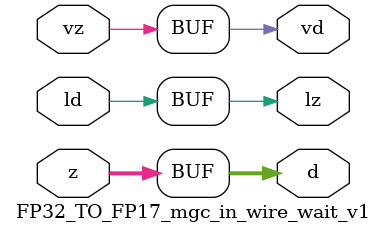
<source format=v>
module FP32_TO_FP17_mgc_in_wire_wait_v1 (ld, vd, d, lz, vz, z);
  parameter integer rscid = 1;
  parameter integer width = 8;
  input ld;
  output vd;
  output [width-1:0] d;
  output lz;
  input vz;
  input [width-1:0] z;
  wire vd;
  wire [width-1:0] d;
  wire lz;
  assign d = z;
  assign lz = ld;
  assign vd = vz;
endmodule
</source>
